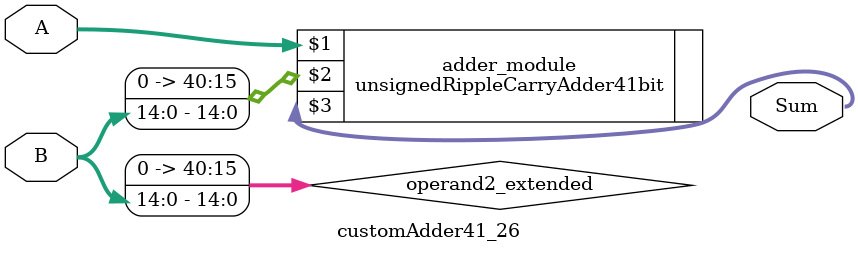
<source format=v>
module customAdder41_26(
                        input [40 : 0] A,
                        input [14 : 0] B,
                        
                        output [41 : 0] Sum
                );

        wire [40 : 0] operand2_extended;
        
        assign operand2_extended =  {26'b0, B};
        
        unsignedRippleCarryAdder41bit adder_module(
            A,
            operand2_extended,
            Sum
        );
        
        endmodule
        
</source>
